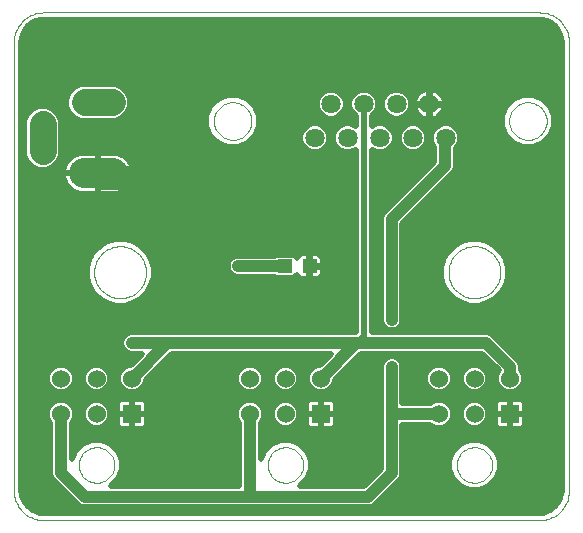
<source format=gtl>
G75*
G70*
%OFA0B0*%
%FSLAX24Y24*%
%IPPOS*%
%LPD*%
%AMOC8*
5,1,8,0,0,1.08239X$1,22.5*
%
%ADD10C,0.0000*%
%ADD11R,0.0602X0.0602*%
%ADD12C,0.0602*%
%ADD13C,0.0906*%
%ADD14C,0.0984*%
%ADD15R,0.0472X0.0472*%
%ADD16C,0.0644*%
%ADD17C,0.0197*%
%ADD18C,0.0787*%
%ADD19C,0.0297*%
%ADD20C,0.0394*%
D10*
X023010Y001186D02*
X023010Y016146D01*
X023012Y016208D01*
X023018Y016269D01*
X023027Y016330D01*
X023041Y016391D01*
X023058Y016450D01*
X023079Y016508D01*
X023104Y016565D01*
X023132Y016620D01*
X023163Y016673D01*
X023198Y016724D01*
X023236Y016773D01*
X023277Y016820D01*
X023320Y016863D01*
X023367Y016904D01*
X023416Y016942D01*
X023467Y016977D01*
X023520Y017008D01*
X023575Y017036D01*
X023632Y017061D01*
X023690Y017082D01*
X023749Y017099D01*
X023810Y017113D01*
X023871Y017122D01*
X023932Y017128D01*
X023994Y017130D01*
X023994Y017131D02*
X040529Y017131D01*
X040529Y017130D02*
X040591Y017128D01*
X040652Y017122D01*
X040713Y017113D01*
X040774Y017099D01*
X040833Y017082D01*
X040891Y017061D01*
X040948Y017036D01*
X041003Y017008D01*
X041056Y016977D01*
X041107Y016942D01*
X041156Y016904D01*
X041203Y016863D01*
X041246Y016820D01*
X041287Y016773D01*
X041325Y016724D01*
X041360Y016673D01*
X041391Y016620D01*
X041419Y016565D01*
X041444Y016508D01*
X041465Y016450D01*
X041482Y016391D01*
X041496Y016330D01*
X041505Y016269D01*
X041511Y016208D01*
X041513Y016146D01*
X041514Y016146D02*
X041514Y001186D01*
X041513Y001186D02*
X041511Y001124D01*
X041505Y001063D01*
X041496Y001002D01*
X041482Y000941D01*
X041465Y000882D01*
X041444Y000824D01*
X041419Y000767D01*
X041391Y000712D01*
X041360Y000659D01*
X041325Y000608D01*
X041287Y000559D01*
X041246Y000512D01*
X041203Y000469D01*
X041156Y000428D01*
X041107Y000390D01*
X041056Y000355D01*
X041003Y000324D01*
X040948Y000296D01*
X040891Y000271D01*
X040833Y000250D01*
X040774Y000233D01*
X040713Y000219D01*
X040652Y000210D01*
X040591Y000204D01*
X040529Y000202D01*
X023994Y000202D01*
X023932Y000204D01*
X023871Y000210D01*
X023810Y000219D01*
X023749Y000233D01*
X023690Y000250D01*
X023632Y000271D01*
X023575Y000296D01*
X023520Y000324D01*
X023467Y000355D01*
X023416Y000390D01*
X023367Y000428D01*
X023320Y000469D01*
X023277Y000512D01*
X023236Y000559D01*
X023198Y000608D01*
X023163Y000659D01*
X023132Y000712D01*
X023104Y000767D01*
X023079Y000824D01*
X023058Y000882D01*
X023041Y000941D01*
X023027Y001002D01*
X023018Y001063D01*
X023012Y001124D01*
X023010Y001186D01*
X025175Y002044D02*
X025177Y002092D01*
X025183Y002140D01*
X025193Y002187D01*
X025206Y002233D01*
X025224Y002278D01*
X025244Y002322D01*
X025269Y002364D01*
X025297Y002403D01*
X025327Y002440D01*
X025361Y002474D01*
X025398Y002506D01*
X025436Y002535D01*
X025477Y002560D01*
X025520Y002582D01*
X025565Y002600D01*
X025611Y002614D01*
X025658Y002625D01*
X025706Y002632D01*
X025754Y002635D01*
X025802Y002634D01*
X025850Y002629D01*
X025898Y002620D01*
X025944Y002608D01*
X025989Y002591D01*
X026033Y002571D01*
X026075Y002548D01*
X026115Y002521D01*
X026153Y002491D01*
X026188Y002458D01*
X026220Y002422D01*
X026250Y002384D01*
X026276Y002343D01*
X026298Y002300D01*
X026318Y002256D01*
X026333Y002211D01*
X026345Y002164D01*
X026353Y002116D01*
X026357Y002068D01*
X026357Y002020D01*
X026353Y001972D01*
X026345Y001924D01*
X026333Y001877D01*
X026318Y001832D01*
X026298Y001788D01*
X026276Y001745D01*
X026250Y001704D01*
X026220Y001666D01*
X026188Y001630D01*
X026153Y001597D01*
X026115Y001567D01*
X026075Y001540D01*
X026033Y001517D01*
X025989Y001497D01*
X025944Y001480D01*
X025898Y001468D01*
X025850Y001459D01*
X025802Y001454D01*
X025754Y001453D01*
X025706Y001456D01*
X025658Y001463D01*
X025611Y001474D01*
X025565Y001488D01*
X025520Y001506D01*
X025477Y001528D01*
X025436Y001553D01*
X025398Y001582D01*
X025361Y001614D01*
X025327Y001648D01*
X025297Y001685D01*
X025269Y001724D01*
X025244Y001766D01*
X025224Y001810D01*
X025206Y001855D01*
X025193Y001901D01*
X025183Y001948D01*
X025177Y001996D01*
X025175Y002044D01*
X031474Y002044D02*
X031476Y002092D01*
X031482Y002140D01*
X031492Y002187D01*
X031505Y002233D01*
X031523Y002278D01*
X031543Y002322D01*
X031568Y002364D01*
X031596Y002403D01*
X031626Y002440D01*
X031660Y002474D01*
X031697Y002506D01*
X031735Y002535D01*
X031776Y002560D01*
X031819Y002582D01*
X031864Y002600D01*
X031910Y002614D01*
X031957Y002625D01*
X032005Y002632D01*
X032053Y002635D01*
X032101Y002634D01*
X032149Y002629D01*
X032197Y002620D01*
X032243Y002608D01*
X032288Y002591D01*
X032332Y002571D01*
X032374Y002548D01*
X032414Y002521D01*
X032452Y002491D01*
X032487Y002458D01*
X032519Y002422D01*
X032549Y002384D01*
X032575Y002343D01*
X032597Y002300D01*
X032617Y002256D01*
X032632Y002211D01*
X032644Y002164D01*
X032652Y002116D01*
X032656Y002068D01*
X032656Y002020D01*
X032652Y001972D01*
X032644Y001924D01*
X032632Y001877D01*
X032617Y001832D01*
X032597Y001788D01*
X032575Y001745D01*
X032549Y001704D01*
X032519Y001666D01*
X032487Y001630D01*
X032452Y001597D01*
X032414Y001567D01*
X032374Y001540D01*
X032332Y001517D01*
X032288Y001497D01*
X032243Y001480D01*
X032197Y001468D01*
X032149Y001459D01*
X032101Y001454D01*
X032053Y001453D01*
X032005Y001456D01*
X031957Y001463D01*
X031910Y001474D01*
X031864Y001488D01*
X031819Y001506D01*
X031776Y001528D01*
X031735Y001553D01*
X031697Y001582D01*
X031660Y001614D01*
X031626Y001648D01*
X031596Y001685D01*
X031568Y001724D01*
X031543Y001766D01*
X031523Y001810D01*
X031505Y001855D01*
X031492Y001901D01*
X031482Y001948D01*
X031476Y001996D01*
X031474Y002044D01*
X037773Y002044D02*
X037775Y002092D01*
X037781Y002140D01*
X037791Y002187D01*
X037804Y002233D01*
X037822Y002278D01*
X037842Y002322D01*
X037867Y002364D01*
X037895Y002403D01*
X037925Y002440D01*
X037959Y002474D01*
X037996Y002506D01*
X038034Y002535D01*
X038075Y002560D01*
X038118Y002582D01*
X038163Y002600D01*
X038209Y002614D01*
X038256Y002625D01*
X038304Y002632D01*
X038352Y002635D01*
X038400Y002634D01*
X038448Y002629D01*
X038496Y002620D01*
X038542Y002608D01*
X038587Y002591D01*
X038631Y002571D01*
X038673Y002548D01*
X038713Y002521D01*
X038751Y002491D01*
X038786Y002458D01*
X038818Y002422D01*
X038848Y002384D01*
X038874Y002343D01*
X038896Y002300D01*
X038916Y002256D01*
X038931Y002211D01*
X038943Y002164D01*
X038951Y002116D01*
X038955Y002068D01*
X038955Y002020D01*
X038951Y001972D01*
X038943Y001924D01*
X038931Y001877D01*
X038916Y001832D01*
X038896Y001788D01*
X038874Y001745D01*
X038848Y001704D01*
X038818Y001666D01*
X038786Y001630D01*
X038751Y001597D01*
X038713Y001567D01*
X038673Y001540D01*
X038631Y001517D01*
X038587Y001497D01*
X038542Y001480D01*
X038496Y001468D01*
X038448Y001459D01*
X038400Y001454D01*
X038352Y001453D01*
X038304Y001456D01*
X038256Y001463D01*
X038209Y001474D01*
X038163Y001488D01*
X038118Y001506D01*
X038075Y001528D01*
X038034Y001553D01*
X037996Y001582D01*
X037959Y001614D01*
X037925Y001648D01*
X037895Y001685D01*
X037867Y001724D01*
X037842Y001766D01*
X037822Y001810D01*
X037804Y001855D01*
X037791Y001901D01*
X037781Y001948D01*
X037775Y001996D01*
X037773Y002044D01*
X037498Y008469D02*
X037500Y008527D01*
X037506Y008586D01*
X037516Y008643D01*
X037529Y008700D01*
X037547Y008756D01*
X037568Y008811D01*
X037593Y008863D01*
X037621Y008915D01*
X037653Y008964D01*
X037688Y009011D01*
X037726Y009055D01*
X037767Y009097D01*
X037811Y009136D01*
X037857Y009171D01*
X037906Y009204D01*
X037957Y009233D01*
X038009Y009259D01*
X038063Y009281D01*
X038119Y009300D01*
X038175Y009314D01*
X038233Y009325D01*
X038291Y009332D01*
X038349Y009335D01*
X038408Y009334D01*
X038466Y009329D01*
X038524Y009320D01*
X038581Y009307D01*
X038637Y009291D01*
X038692Y009270D01*
X038745Y009246D01*
X038797Y009219D01*
X038847Y009188D01*
X038894Y009154D01*
X038939Y009116D01*
X038982Y009076D01*
X039021Y009033D01*
X039058Y008987D01*
X039091Y008939D01*
X039121Y008889D01*
X039148Y008837D01*
X039171Y008783D01*
X039190Y008728D01*
X039206Y008672D01*
X039218Y008615D01*
X039226Y008557D01*
X039230Y008498D01*
X039230Y008440D01*
X039226Y008381D01*
X039218Y008323D01*
X039206Y008266D01*
X039190Y008210D01*
X039171Y008155D01*
X039148Y008101D01*
X039121Y008049D01*
X039091Y007999D01*
X039058Y007951D01*
X039021Y007905D01*
X038982Y007862D01*
X038939Y007822D01*
X038894Y007784D01*
X038847Y007750D01*
X038797Y007719D01*
X038745Y007692D01*
X038692Y007668D01*
X038637Y007647D01*
X038581Y007631D01*
X038524Y007618D01*
X038466Y007609D01*
X038408Y007604D01*
X038349Y007603D01*
X038291Y007606D01*
X038233Y007613D01*
X038175Y007624D01*
X038119Y007638D01*
X038063Y007657D01*
X038009Y007679D01*
X037957Y007705D01*
X037906Y007734D01*
X037857Y007767D01*
X037811Y007802D01*
X037767Y007841D01*
X037726Y007883D01*
X037688Y007927D01*
X037653Y007974D01*
X037621Y008023D01*
X037593Y008075D01*
X037568Y008127D01*
X037547Y008182D01*
X037529Y008238D01*
X037516Y008295D01*
X037506Y008352D01*
X037500Y008411D01*
X037498Y008469D01*
X039516Y013511D02*
X039518Y013561D01*
X039524Y013610D01*
X039534Y013659D01*
X039547Y013707D01*
X039565Y013753D01*
X039586Y013799D01*
X039611Y013842D01*
X039638Y013883D01*
X039670Y013922D01*
X039704Y013958D01*
X039741Y013991D01*
X039780Y014022D01*
X039822Y014049D01*
X039866Y014073D01*
X039911Y014093D01*
X039958Y014109D01*
X040006Y014122D01*
X040055Y014131D01*
X040105Y014136D01*
X040154Y014137D01*
X040204Y014134D01*
X040253Y014127D01*
X040302Y014116D01*
X040350Y014102D01*
X040396Y014083D01*
X040441Y014061D01*
X040483Y014036D01*
X040524Y014007D01*
X040562Y013975D01*
X040598Y013940D01*
X040630Y013903D01*
X040660Y013863D01*
X040686Y013820D01*
X040709Y013776D01*
X040728Y013730D01*
X040744Y013683D01*
X040756Y013635D01*
X040764Y013586D01*
X040768Y013536D01*
X040768Y013486D01*
X040764Y013436D01*
X040756Y013387D01*
X040744Y013339D01*
X040728Y013292D01*
X040709Y013246D01*
X040686Y013202D01*
X040660Y013159D01*
X040630Y013119D01*
X040598Y013082D01*
X040562Y013047D01*
X040524Y013015D01*
X040483Y012986D01*
X040441Y012961D01*
X040396Y012939D01*
X040350Y012920D01*
X040302Y012906D01*
X040253Y012895D01*
X040204Y012888D01*
X040154Y012885D01*
X040105Y012886D01*
X040055Y012891D01*
X040006Y012900D01*
X039958Y012913D01*
X039911Y012929D01*
X039866Y012949D01*
X039822Y012973D01*
X039780Y013000D01*
X039741Y013031D01*
X039704Y013064D01*
X039670Y013100D01*
X039638Y013139D01*
X039611Y013180D01*
X039586Y013223D01*
X039565Y013269D01*
X039547Y013315D01*
X039534Y013363D01*
X039524Y013412D01*
X039518Y013461D01*
X039516Y013511D01*
X029677Y013511D02*
X029679Y013561D01*
X029685Y013610D01*
X029695Y013659D01*
X029708Y013707D01*
X029726Y013753D01*
X029747Y013799D01*
X029772Y013842D01*
X029799Y013883D01*
X029831Y013922D01*
X029865Y013958D01*
X029902Y013991D01*
X029941Y014022D01*
X029983Y014049D01*
X030027Y014073D01*
X030072Y014093D01*
X030119Y014109D01*
X030167Y014122D01*
X030216Y014131D01*
X030266Y014136D01*
X030315Y014137D01*
X030365Y014134D01*
X030414Y014127D01*
X030463Y014116D01*
X030511Y014102D01*
X030557Y014083D01*
X030602Y014061D01*
X030644Y014036D01*
X030685Y014007D01*
X030723Y013975D01*
X030759Y013940D01*
X030791Y013903D01*
X030821Y013863D01*
X030847Y013820D01*
X030870Y013776D01*
X030889Y013730D01*
X030905Y013683D01*
X030917Y013635D01*
X030925Y013586D01*
X030929Y013536D01*
X030929Y013486D01*
X030925Y013436D01*
X030917Y013387D01*
X030905Y013339D01*
X030889Y013292D01*
X030870Y013246D01*
X030847Y013202D01*
X030821Y013159D01*
X030791Y013119D01*
X030759Y013082D01*
X030723Y013047D01*
X030685Y013015D01*
X030644Y012986D01*
X030602Y012961D01*
X030557Y012939D01*
X030511Y012920D01*
X030463Y012906D01*
X030414Y012895D01*
X030365Y012888D01*
X030315Y012885D01*
X030266Y012886D01*
X030216Y012891D01*
X030167Y012900D01*
X030119Y012913D01*
X030072Y012929D01*
X030027Y012949D01*
X029983Y012973D01*
X029941Y013000D01*
X029902Y013031D01*
X029865Y013064D01*
X029831Y013100D01*
X029799Y013139D01*
X029772Y013180D01*
X029747Y013223D01*
X029726Y013269D01*
X029708Y013315D01*
X029695Y013363D01*
X029685Y013412D01*
X029679Y013461D01*
X029677Y013511D01*
X026413Y013896D02*
X025232Y013896D01*
X025232Y014369D01*
X026413Y014369D01*
X026413Y013896D01*
X024209Y013542D02*
X023736Y013542D01*
X023736Y012361D01*
X024209Y012361D01*
X024209Y013542D01*
X025075Y012007D02*
X025075Y011534D01*
X026531Y011534D01*
X026531Y012007D01*
X025075Y012007D01*
X025687Y008469D02*
X025689Y008527D01*
X025695Y008586D01*
X025705Y008643D01*
X025718Y008700D01*
X025736Y008756D01*
X025757Y008811D01*
X025782Y008863D01*
X025810Y008915D01*
X025842Y008964D01*
X025877Y009011D01*
X025915Y009055D01*
X025956Y009097D01*
X026000Y009136D01*
X026046Y009171D01*
X026095Y009204D01*
X026146Y009233D01*
X026198Y009259D01*
X026252Y009281D01*
X026308Y009300D01*
X026364Y009314D01*
X026422Y009325D01*
X026480Y009332D01*
X026538Y009335D01*
X026597Y009334D01*
X026655Y009329D01*
X026713Y009320D01*
X026770Y009307D01*
X026826Y009291D01*
X026881Y009270D01*
X026934Y009246D01*
X026986Y009219D01*
X027036Y009188D01*
X027083Y009154D01*
X027128Y009116D01*
X027171Y009076D01*
X027210Y009033D01*
X027247Y008987D01*
X027280Y008939D01*
X027310Y008889D01*
X027337Y008837D01*
X027360Y008783D01*
X027379Y008728D01*
X027395Y008672D01*
X027407Y008615D01*
X027415Y008557D01*
X027419Y008498D01*
X027419Y008440D01*
X027415Y008381D01*
X027407Y008323D01*
X027395Y008266D01*
X027379Y008210D01*
X027360Y008155D01*
X027337Y008101D01*
X027310Y008049D01*
X027280Y007999D01*
X027247Y007951D01*
X027210Y007905D01*
X027171Y007862D01*
X027128Y007822D01*
X027083Y007784D01*
X027036Y007750D01*
X026986Y007719D01*
X026934Y007692D01*
X026881Y007668D01*
X026826Y007647D01*
X026770Y007631D01*
X026713Y007618D01*
X026655Y007609D01*
X026597Y007604D01*
X026538Y007603D01*
X026480Y007606D01*
X026422Y007613D01*
X026364Y007624D01*
X026308Y007638D01*
X026252Y007657D01*
X026198Y007679D01*
X026146Y007705D01*
X026095Y007734D01*
X026046Y007767D01*
X026000Y007802D01*
X025956Y007841D01*
X025915Y007883D01*
X025877Y007927D01*
X025842Y007974D01*
X025810Y008023D01*
X025782Y008075D01*
X025757Y008127D01*
X025736Y008182D01*
X025718Y008238D01*
X025705Y008295D01*
X025695Y008352D01*
X025689Y008411D01*
X025687Y008469D01*
D11*
X026947Y003745D03*
X033246Y003745D03*
X039545Y003745D03*
D12*
X038364Y003745D03*
X037183Y003745D03*
X037183Y004926D03*
X038364Y004926D03*
X039545Y004926D03*
X033246Y004926D03*
X032065Y004926D03*
X030884Y004926D03*
X030884Y003745D03*
X032065Y003745D03*
X026947Y004926D03*
X025766Y004926D03*
X024585Y004926D03*
X024585Y003745D03*
X025766Y003745D03*
D13*
X023972Y012499D02*
X023972Y013404D01*
X025370Y014133D02*
X026276Y014133D01*
D14*
X026315Y011770D02*
X025331Y011770D01*
D15*
X032045Y008666D03*
X032872Y008666D03*
D16*
X033041Y012952D03*
X034132Y012952D03*
X035222Y012952D03*
X036313Y012952D03*
X037403Y012952D03*
X036858Y014070D03*
X035768Y014070D03*
X034677Y014070D03*
X033587Y014070D03*
D17*
X034067Y014075D02*
X034197Y014075D01*
X034197Y014165D02*
X034197Y013974D01*
X034270Y013798D01*
X034405Y013663D01*
X034420Y013656D01*
X034420Y013342D01*
X034404Y013359D01*
X034227Y013432D01*
X034036Y013432D01*
X033860Y013359D01*
X033725Y013224D01*
X033652Y013047D01*
X033652Y012856D01*
X033725Y012679D01*
X033860Y012544D01*
X034036Y012471D01*
X034227Y012471D01*
X034404Y012544D01*
X034420Y012561D01*
X034420Y006463D01*
X034419Y006462D01*
X034356Y006462D01*
X028199Y006462D01*
X028057Y006462D01*
X026876Y006462D01*
X026746Y006408D01*
X026646Y006308D01*
X026591Y006178D01*
X026591Y006036D01*
X026646Y005906D01*
X026746Y005806D01*
X026876Y005752D01*
X027270Y005752D01*
X026904Y005386D01*
X026855Y005386D01*
X026686Y005316D01*
X026557Y005186D01*
X026487Y005017D01*
X026487Y004835D01*
X026557Y004666D01*
X026686Y004536D01*
X026855Y004466D01*
X027038Y004466D01*
X027207Y004536D01*
X027336Y004666D01*
X027406Y004835D01*
X027406Y004883D01*
X028275Y005752D01*
X033569Y005752D01*
X033203Y005386D01*
X033155Y005386D01*
X032986Y005316D01*
X032856Y005186D01*
X032786Y005017D01*
X032786Y004835D01*
X032856Y004666D01*
X032986Y004536D01*
X033155Y004466D01*
X033337Y004466D01*
X033506Y004536D01*
X033636Y004666D01*
X033706Y004835D01*
X033706Y004883D01*
X034574Y005752D01*
X038611Y005752D01*
X039166Y005197D01*
X039156Y005186D01*
X039086Y005017D01*
X039086Y004835D01*
X039156Y004666D01*
X039285Y004536D01*
X039454Y004466D01*
X039637Y004466D01*
X039806Y004536D01*
X039935Y004666D01*
X040005Y004835D01*
X040005Y005017D01*
X039935Y005186D01*
X039900Y005221D01*
X039900Y005390D01*
X039846Y005521D01*
X039746Y005621D01*
X038959Y006408D01*
X038828Y006462D01*
X038687Y006462D01*
X034934Y006462D01*
X034934Y012561D01*
X034950Y012544D01*
X035127Y012471D01*
X035318Y012471D01*
X035494Y012544D01*
X035629Y012679D01*
X035703Y012856D01*
X035703Y013047D01*
X035629Y013224D01*
X035494Y013359D01*
X035318Y013432D01*
X035127Y013432D01*
X034950Y013359D01*
X034934Y013342D01*
X034934Y013656D01*
X034949Y013663D01*
X035084Y013798D01*
X035157Y013974D01*
X035157Y014165D01*
X035084Y014342D01*
X034949Y014477D01*
X034773Y014550D01*
X034582Y014550D01*
X034405Y014477D01*
X034270Y014342D01*
X034197Y014165D01*
X034240Y014270D02*
X034023Y014270D01*
X033994Y014342D02*
X033859Y014477D01*
X033682Y014550D01*
X033491Y014550D01*
X033314Y014477D01*
X033179Y014342D01*
X033106Y014165D01*
X033106Y013974D01*
X033179Y013798D01*
X033314Y013663D01*
X033491Y013589D01*
X033682Y013589D01*
X033859Y013663D01*
X033994Y013798D01*
X034067Y013974D01*
X034067Y014165D01*
X033994Y014342D01*
X033870Y014465D02*
X034394Y014465D01*
X034961Y014465D02*
X035484Y014465D01*
X035496Y014477D02*
X035360Y014342D01*
X035287Y014165D01*
X035287Y013974D01*
X035360Y013798D01*
X035496Y013663D01*
X035672Y013589D01*
X035863Y013589D01*
X036040Y013663D01*
X036175Y013798D01*
X036248Y013974D01*
X036248Y014165D01*
X036175Y014342D01*
X036040Y014477D01*
X035863Y014550D01*
X035672Y014550D01*
X035496Y014477D01*
X035331Y014270D02*
X035114Y014270D01*
X035157Y014075D02*
X035287Y014075D01*
X035327Y013879D02*
X035118Y013879D01*
X034970Y013684D02*
X035474Y013684D01*
X036061Y013684D02*
X036508Y013684D01*
X036519Y013673D02*
X036585Y013625D01*
X036658Y013588D01*
X036736Y013562D01*
X036817Y013549D01*
X036849Y013549D01*
X036849Y014061D01*
X036338Y014061D01*
X036338Y014029D01*
X036351Y013948D01*
X036376Y013870D01*
X036413Y013797D01*
X036461Y013731D01*
X036519Y013673D01*
X036373Y013879D02*
X036209Y013879D01*
X036248Y014075D02*
X036849Y014075D01*
X036849Y014079D02*
X036849Y014061D01*
X036867Y014061D01*
X036867Y014079D01*
X036849Y014079D01*
X036849Y014590D01*
X036817Y014590D01*
X036736Y014577D01*
X036658Y014552D01*
X036585Y014515D01*
X036519Y014466D01*
X036461Y014409D01*
X036413Y014342D01*
X036376Y014269D01*
X036351Y014191D01*
X036338Y014111D01*
X036338Y014079D01*
X036849Y014079D01*
X036867Y014079D02*
X036867Y014590D01*
X036899Y014590D01*
X036980Y014577D01*
X037058Y014552D01*
X037131Y014515D01*
X037197Y014466D01*
X037255Y014409D01*
X037303Y014342D01*
X037340Y014269D01*
X037366Y014191D01*
X037378Y014111D01*
X037378Y014079D01*
X036867Y014079D01*
X036867Y014075D02*
X039469Y014075D01*
X039400Y014006D02*
X039267Y013685D01*
X039267Y013337D01*
X039400Y013015D01*
X039646Y012769D01*
X039968Y012636D01*
X040316Y012636D01*
X040637Y012769D01*
X040883Y013015D01*
X041016Y013337D01*
X041016Y013685D01*
X040883Y014006D01*
X040637Y014252D01*
X040316Y014385D01*
X039968Y014385D01*
X039646Y014252D01*
X039400Y014006D01*
X039348Y013879D02*
X037343Y013879D01*
X037340Y013870D02*
X037366Y013948D01*
X037378Y014029D01*
X037378Y014061D01*
X036867Y014061D01*
X036867Y013549D01*
X036899Y013549D01*
X036980Y013562D01*
X037058Y013588D01*
X037131Y013625D01*
X037197Y013673D01*
X037255Y013731D01*
X037303Y013797D01*
X037340Y013870D01*
X037208Y013684D02*
X039267Y013684D01*
X039267Y013488D02*
X034934Y013488D01*
X034420Y013488D02*
X031177Y013488D01*
X031177Y013337D02*
X031044Y013015D01*
X030798Y012769D01*
X030477Y012636D01*
X030129Y012636D01*
X029808Y012769D01*
X029562Y013015D01*
X029429Y013337D01*
X029429Y013685D01*
X029562Y014006D01*
X029808Y014252D01*
X030129Y014385D01*
X030477Y014385D01*
X030798Y014252D01*
X031044Y014006D01*
X031177Y013685D01*
X031177Y013337D01*
X031159Y013293D02*
X032703Y013293D01*
X032769Y013359D02*
X032634Y013224D01*
X032561Y013047D01*
X032561Y012856D01*
X032634Y012679D01*
X032769Y012544D01*
X032946Y012471D01*
X033137Y012471D01*
X033313Y012544D01*
X033448Y012679D01*
X033521Y012856D01*
X033521Y013047D01*
X033448Y013224D01*
X033313Y013359D01*
X033137Y013432D01*
X032946Y013432D01*
X032769Y013359D01*
X032582Y013098D02*
X031078Y013098D01*
X030931Y012902D02*
X032561Y012902D01*
X032623Y012707D02*
X030647Y012707D01*
X029959Y012707D02*
X024584Y012707D01*
X024584Y012902D02*
X029675Y012902D01*
X029528Y013098D02*
X024584Y013098D01*
X024584Y013293D02*
X029447Y013293D01*
X029429Y013488D02*
X024584Y013488D01*
X024584Y013526D02*
X024490Y013751D01*
X024319Y013922D01*
X024094Y014015D01*
X023851Y014015D01*
X023626Y013922D01*
X023454Y013751D01*
X023361Y013526D01*
X023361Y012377D01*
X023454Y012153D01*
X023626Y011981D01*
X023851Y011888D01*
X024094Y011888D01*
X024319Y011981D01*
X024490Y012153D01*
X024584Y012377D01*
X024584Y013526D01*
X024518Y013684D02*
X024955Y013684D01*
X025024Y013615D02*
X025248Y013521D01*
X026397Y013521D01*
X026622Y013615D01*
X026794Y013786D01*
X026887Y014011D01*
X026887Y014254D01*
X026794Y014479D01*
X026622Y014651D01*
X026397Y014744D01*
X025248Y014744D01*
X025024Y014651D01*
X024852Y014479D01*
X024759Y014254D01*
X024759Y014011D01*
X024852Y013786D01*
X025024Y013615D01*
X024813Y013879D02*
X024362Y013879D01*
X024759Y014075D02*
X023258Y014075D01*
X023258Y014270D02*
X024765Y014270D01*
X024846Y014465D02*
X023258Y014465D01*
X023258Y014661D02*
X025048Y014661D01*
X026598Y014661D02*
X041265Y014661D01*
X041265Y014856D02*
X023258Y014856D01*
X023258Y015051D02*
X041265Y015051D01*
X041265Y015247D02*
X023258Y015247D01*
X023258Y015442D02*
X041265Y015442D01*
X041265Y015638D02*
X023258Y015638D01*
X023258Y015833D02*
X041265Y015833D01*
X041265Y016028D02*
X023258Y016028D01*
X023258Y016146D02*
X023267Y016262D01*
X023338Y016481D01*
X023474Y016667D01*
X023660Y016802D01*
X023879Y016873D01*
X023994Y016882D01*
X040529Y016882D01*
X040645Y016873D01*
X040864Y016802D01*
X041050Y016667D01*
X041185Y016481D01*
X041256Y016262D01*
X041265Y016146D01*
X041265Y016105D01*
X041265Y016097D01*
X041265Y001186D01*
X041256Y001071D01*
X041185Y000852D01*
X041050Y000665D01*
X040864Y000530D01*
X040645Y000459D01*
X040529Y000450D01*
X040492Y000450D01*
X040480Y000450D01*
X023994Y000450D01*
X023879Y000459D01*
X023660Y000530D01*
X023474Y000665D01*
X023338Y000852D01*
X023267Y001071D01*
X023258Y001186D01*
X023258Y001212D01*
X023258Y001235D01*
X023258Y016146D01*
X023264Y016224D02*
X041259Y016224D01*
X041205Y016419D02*
X023318Y016419D01*
X023436Y016615D02*
X041088Y016615D01*
X040839Y016810D02*
X023684Y016810D01*
X026799Y014465D02*
X033303Y014465D01*
X033150Y014270D02*
X030755Y014270D01*
X030976Y014075D02*
X033106Y014075D01*
X033146Y013879D02*
X031097Y013879D01*
X031177Y013684D02*
X033293Y013684D01*
X033379Y013293D02*
X033794Y013293D01*
X033672Y013098D02*
X033501Y013098D01*
X033521Y012902D02*
X033652Y012902D01*
X033713Y012707D02*
X033460Y012707D01*
X033234Y012511D02*
X033939Y012511D01*
X034324Y012511D02*
X034420Y012511D01*
X034420Y012316D02*
X026738Y012316D01*
X026771Y012291D02*
X026699Y012346D01*
X026621Y012391D01*
X026537Y012426D01*
X026450Y012449D01*
X026360Y012461D01*
X025825Y012461D01*
X025825Y012255D01*
X025821Y012255D01*
X025821Y012461D01*
X025285Y012461D01*
X025196Y012449D01*
X025108Y012426D01*
X025025Y012391D01*
X024946Y012346D01*
X024874Y012291D01*
X024810Y012227D01*
X024755Y012155D01*
X024710Y012077D01*
X024675Y011993D01*
X024652Y011905D01*
X024640Y011816D01*
X024640Y011772D01*
X024826Y011772D01*
X024826Y011768D01*
X024640Y011768D01*
X024640Y011725D01*
X024652Y011635D01*
X024675Y011548D01*
X024710Y011464D01*
X024755Y011386D01*
X024810Y011314D01*
X024874Y011250D01*
X024946Y011195D01*
X025025Y011150D01*
X025108Y011115D01*
X025196Y011092D01*
X025285Y011080D01*
X025821Y011080D01*
X025821Y011286D01*
X025825Y011286D01*
X025825Y011080D01*
X026360Y011080D01*
X026450Y011092D01*
X026537Y011115D01*
X026621Y011150D01*
X026699Y011195D01*
X026771Y011250D01*
X026835Y011314D01*
X026890Y011386D01*
X026936Y011464D01*
X026970Y011548D01*
X026994Y011635D01*
X027005Y011725D01*
X027005Y011768D01*
X026780Y011768D01*
X026780Y011772D01*
X027005Y011772D01*
X027005Y011816D01*
X026994Y011905D01*
X026970Y011993D01*
X026936Y012077D01*
X026890Y012155D01*
X026835Y012227D01*
X026771Y012291D01*
X026910Y012121D02*
X034420Y012121D01*
X034420Y011925D02*
X026988Y011925D01*
X027005Y011730D02*
X034420Y011730D01*
X034420Y011534D02*
X026965Y011534D01*
X026854Y011339D02*
X034420Y011339D01*
X034420Y011144D02*
X026606Y011144D01*
X025825Y011144D02*
X025821Y011144D01*
X025039Y011144D02*
X023258Y011144D01*
X023258Y011339D02*
X024791Y011339D01*
X024681Y011534D02*
X023258Y011534D01*
X023258Y011730D02*
X024640Y011730D01*
X024657Y011925D02*
X024185Y011925D01*
X024458Y012121D02*
X024735Y012121D01*
X024907Y012316D02*
X024558Y012316D01*
X024584Y012511D02*
X032849Y012511D01*
X033880Y013684D02*
X034384Y013684D01*
X034236Y013879D02*
X034027Y013879D01*
X034677Y014070D02*
X034677Y006357D01*
X034427Y006107D01*
X034495Y005673D02*
X035532Y005673D01*
X035537Y005675D02*
X035407Y005621D01*
X035307Y005521D01*
X035253Y005390D01*
X035253Y003816D01*
X035253Y003674D01*
X035253Y001924D01*
X034674Y001344D01*
X032551Y001344D01*
X032776Y001569D01*
X032904Y001877D01*
X032904Y002211D01*
X032776Y002519D01*
X032540Y002755D01*
X032232Y002883D01*
X031898Y002883D01*
X031590Y002755D01*
X031354Y002519D01*
X031239Y002243D01*
X031239Y003450D01*
X031273Y003485D01*
X031343Y003653D01*
X031343Y003836D01*
X031273Y004005D01*
X031144Y004134D01*
X030975Y004204D01*
X030792Y004204D01*
X030623Y004134D01*
X030494Y004005D01*
X030424Y003836D01*
X030424Y003653D01*
X030494Y003485D01*
X030529Y003450D01*
X030529Y001344D01*
X026252Y001344D01*
X026477Y001569D01*
X026605Y001877D01*
X026605Y002211D01*
X026477Y002519D01*
X026241Y002755D01*
X025933Y002883D01*
X025599Y002883D01*
X025290Y002755D01*
X025054Y002519D01*
X024940Y002243D01*
X024940Y003450D01*
X024974Y003485D01*
X025044Y003653D01*
X025044Y003836D01*
X024974Y004005D01*
X024845Y004134D01*
X024676Y004204D01*
X024493Y004204D01*
X024324Y004134D01*
X024195Y004005D01*
X024125Y003836D01*
X024125Y003653D01*
X024195Y003485D01*
X024229Y003450D01*
X024229Y001706D01*
X024283Y001575D01*
X024383Y001475D01*
X025171Y000688D01*
X025301Y000634D01*
X025443Y000634D01*
X030813Y000634D01*
X030954Y000634D01*
X034891Y000634D01*
X035022Y000688D01*
X035122Y000788D01*
X041139Y000788D01*
X041228Y000983D02*
X035317Y000983D01*
X035122Y000788D02*
X035909Y001575D01*
X035963Y001706D01*
X035963Y001847D01*
X035963Y003390D01*
X036888Y003390D01*
X036923Y003355D01*
X037092Y003285D01*
X037274Y003285D01*
X037443Y003355D01*
X037573Y003485D01*
X037643Y003653D01*
X037643Y003836D01*
X037573Y004005D01*
X037443Y004134D01*
X037274Y004204D01*
X037092Y004204D01*
X036923Y004134D01*
X036888Y004100D01*
X035963Y004100D01*
X035963Y005390D01*
X035909Y005521D01*
X035809Y005621D01*
X035679Y005675D01*
X035537Y005675D01*
X035684Y005673D02*
X038690Y005673D01*
X038885Y005477D02*
X035927Y005477D01*
X035963Y005282D02*
X036889Y005282D01*
X036923Y005316D02*
X036793Y005186D01*
X036723Y005017D01*
X036723Y004835D01*
X036793Y004666D01*
X036923Y004536D01*
X037092Y004466D01*
X037274Y004466D01*
X037443Y004536D01*
X037573Y004666D01*
X037643Y004835D01*
X037643Y005017D01*
X037573Y005186D01*
X037443Y005316D01*
X037274Y005386D01*
X037092Y005386D01*
X036923Y005316D01*
X036752Y005086D02*
X035963Y005086D01*
X035963Y004891D02*
X036723Y004891D01*
X036781Y004696D02*
X035963Y004696D01*
X035963Y004500D02*
X037010Y004500D01*
X037356Y004500D02*
X038191Y004500D01*
X038273Y004466D02*
X038456Y004466D01*
X038624Y004536D01*
X038754Y004666D01*
X038824Y004835D01*
X038824Y005017D01*
X038754Y005186D01*
X038624Y005316D01*
X038456Y005386D01*
X038273Y005386D01*
X038104Y005316D01*
X037974Y005186D01*
X037904Y005017D01*
X037904Y004835D01*
X037974Y004666D01*
X038104Y004536D01*
X038273Y004466D01*
X038273Y004204D02*
X038104Y004134D01*
X037974Y004005D01*
X037904Y003836D01*
X037904Y003653D01*
X037974Y003485D01*
X038104Y003355D01*
X038273Y003285D01*
X038456Y003285D01*
X038624Y003355D01*
X038754Y003485D01*
X038824Y003653D01*
X038824Y003836D01*
X038754Y004005D01*
X038624Y004134D01*
X038456Y004204D01*
X038273Y004204D01*
X038079Y004109D02*
X037468Y004109D01*
X037610Y003914D02*
X037937Y003914D01*
X037904Y003719D02*
X037643Y003719D01*
X037589Y003523D02*
X037958Y003523D01*
X038170Y003328D02*
X037377Y003328D01*
X036989Y003328D02*
X035963Y003328D01*
X035963Y003132D02*
X041265Y003132D01*
X041265Y002937D02*
X035963Y002937D01*
X035963Y002742D02*
X037875Y002742D01*
X037889Y002755D02*
X037653Y002519D01*
X037525Y002211D01*
X037525Y001877D01*
X037653Y001569D01*
X037889Y001333D01*
X038197Y001205D01*
X038531Y001205D01*
X038839Y001333D01*
X039075Y001569D01*
X039203Y001877D01*
X039203Y002211D01*
X039075Y002519D01*
X038839Y002755D01*
X038531Y002883D01*
X038197Y002883D01*
X037889Y002755D01*
X037680Y002546D02*
X035963Y002546D01*
X035963Y002351D02*
X037583Y002351D01*
X037525Y002156D02*
X035963Y002156D01*
X035963Y001960D02*
X037525Y001960D01*
X037572Y001765D02*
X035963Y001765D01*
X035904Y001569D02*
X037653Y001569D01*
X037848Y001374D02*
X035708Y001374D01*
X035513Y001179D02*
X041265Y001179D01*
X041265Y001374D02*
X038880Y001374D01*
X039076Y001569D02*
X041265Y001569D01*
X041265Y001765D02*
X039156Y001765D01*
X039203Y001960D02*
X041265Y001960D01*
X041265Y002156D02*
X039203Y002156D01*
X039145Y002351D02*
X041265Y002351D01*
X041265Y002546D02*
X039048Y002546D01*
X038853Y002742D02*
X041265Y002742D01*
X041265Y003328D02*
X040009Y003328D01*
X040005Y003322D02*
X040031Y003367D01*
X040045Y003418D01*
X040045Y003743D01*
X039547Y003743D01*
X039547Y003245D01*
X039872Y003245D01*
X039923Y003259D01*
X039968Y003285D01*
X040005Y003322D01*
X040045Y003523D02*
X041265Y003523D01*
X041265Y003719D02*
X040045Y003719D01*
X040045Y003747D02*
X040045Y004072D01*
X040031Y004123D01*
X040005Y004168D01*
X039968Y004205D01*
X039923Y004231D01*
X039872Y004244D01*
X039547Y004244D01*
X039547Y003747D01*
X039543Y003747D01*
X039543Y003743D01*
X039046Y003743D01*
X039046Y003418D01*
X039059Y003367D01*
X039085Y003322D01*
X039122Y003285D01*
X039167Y003259D01*
X039218Y003245D01*
X039543Y003245D01*
X039543Y003743D01*
X039547Y003743D01*
X039547Y003747D01*
X040045Y003747D01*
X040045Y003914D02*
X041265Y003914D01*
X041265Y004109D02*
X040035Y004109D01*
X039547Y004109D02*
X039543Y004109D01*
X039543Y004244D02*
X039218Y004244D01*
X039167Y004231D01*
X039122Y004205D01*
X039085Y004168D01*
X039059Y004123D01*
X039046Y004072D01*
X039046Y003747D01*
X039543Y003747D01*
X039543Y004244D01*
X039372Y004500D02*
X038537Y004500D01*
X038766Y004696D02*
X039143Y004696D01*
X039086Y004891D02*
X038824Y004891D01*
X038795Y005086D02*
X039114Y005086D01*
X039081Y005282D02*
X038658Y005282D01*
X038070Y005282D02*
X037477Y005282D01*
X037614Y005086D02*
X037933Y005086D01*
X037904Y004891D02*
X037643Y004891D01*
X037585Y004696D02*
X037962Y004696D01*
X038649Y004109D02*
X039056Y004109D01*
X039046Y003914D02*
X038791Y003914D01*
X038824Y003719D02*
X039046Y003719D01*
X039046Y003523D02*
X038770Y003523D01*
X038558Y003328D02*
X039082Y003328D01*
X039543Y003328D02*
X039547Y003328D01*
X039543Y003523D02*
X039547Y003523D01*
X039543Y003719D02*
X039547Y003719D01*
X039543Y003914D02*
X039547Y003914D01*
X039718Y004500D02*
X041265Y004500D01*
X041265Y004305D02*
X035963Y004305D01*
X035963Y004109D02*
X036898Y004109D01*
X035253Y004109D02*
X033736Y004109D01*
X033732Y004123D02*
X033706Y004168D01*
X033669Y004205D01*
X033624Y004231D01*
X033573Y004244D01*
X033248Y004244D01*
X033248Y003747D01*
X033244Y003747D01*
X033244Y004244D01*
X032919Y004244D01*
X032868Y004231D01*
X032823Y004205D01*
X032786Y004168D01*
X032760Y004123D01*
X032746Y004072D01*
X032746Y003747D01*
X033244Y003747D01*
X033244Y003743D01*
X032746Y003743D01*
X032746Y003418D01*
X032760Y003367D01*
X032786Y003322D01*
X032823Y003285D01*
X032868Y003259D01*
X032919Y003245D01*
X033244Y003245D01*
X033244Y003743D01*
X033248Y003743D01*
X033248Y003747D01*
X033746Y003747D01*
X033746Y004072D01*
X033732Y004123D01*
X033746Y003914D02*
X035253Y003914D01*
X035253Y003719D02*
X033746Y003719D01*
X033746Y003743D02*
X033248Y003743D01*
X033248Y003245D01*
X033573Y003245D01*
X033624Y003259D01*
X033669Y003285D01*
X033706Y003322D01*
X033732Y003367D01*
X033746Y003418D01*
X033746Y003743D01*
X033746Y003523D02*
X035253Y003523D01*
X035253Y003328D02*
X033709Y003328D01*
X033248Y003328D02*
X033244Y003328D01*
X033244Y003523D02*
X033248Y003523D01*
X033244Y003719D02*
X033248Y003719D01*
X033244Y003914D02*
X033248Y003914D01*
X033244Y004109D02*
X033248Y004109D01*
X033419Y004500D02*
X035253Y004500D01*
X035253Y004305D02*
X023258Y004305D01*
X023258Y004500D02*
X024411Y004500D01*
X024493Y004466D02*
X024676Y004466D01*
X024845Y004536D01*
X024974Y004666D01*
X025044Y004835D01*
X025044Y005017D01*
X024974Y005186D01*
X024845Y005316D01*
X024676Y005386D01*
X024493Y005386D01*
X024324Y005316D01*
X024195Y005186D01*
X024125Y005017D01*
X024125Y004835D01*
X024195Y004666D01*
X024324Y004536D01*
X024493Y004466D01*
X024758Y004500D02*
X025592Y004500D01*
X025674Y004466D02*
X025857Y004466D01*
X026026Y004536D01*
X026155Y004666D01*
X026225Y004835D01*
X026225Y005017D01*
X026155Y005186D01*
X026026Y005316D01*
X025857Y005386D01*
X025674Y005386D01*
X025505Y005316D01*
X025376Y005186D01*
X025306Y005017D01*
X025306Y004835D01*
X025376Y004666D01*
X025505Y004536D01*
X025674Y004466D01*
X025674Y004204D02*
X025505Y004134D01*
X025376Y004005D01*
X025306Y003836D01*
X025306Y003653D01*
X025376Y003485D01*
X025505Y003355D01*
X025674Y003285D01*
X025857Y003285D01*
X026026Y003355D01*
X026155Y003485D01*
X026225Y003653D01*
X026225Y003836D01*
X026155Y004005D01*
X026026Y004134D01*
X025857Y004204D01*
X025674Y004204D01*
X025480Y004109D02*
X024870Y004109D01*
X025012Y003914D02*
X025338Y003914D01*
X025306Y003719D02*
X025044Y003719D01*
X024990Y003523D02*
X025360Y003523D01*
X025571Y003328D02*
X024940Y003328D01*
X024940Y003132D02*
X030529Y003132D01*
X030529Y002937D02*
X024940Y002937D01*
X024940Y002742D02*
X025277Y002742D01*
X025081Y002546D02*
X024940Y002546D01*
X024940Y002351D02*
X024985Y002351D01*
X024229Y002351D02*
X023258Y002351D01*
X023258Y002546D02*
X024229Y002546D01*
X024229Y002742D02*
X023258Y002742D01*
X023258Y002937D02*
X024229Y002937D01*
X024229Y003132D02*
X023258Y003132D01*
X023258Y003328D02*
X024229Y003328D01*
X024179Y003523D02*
X023258Y003523D01*
X023258Y003719D02*
X024125Y003719D01*
X024157Y003914D02*
X023258Y003914D01*
X023258Y004109D02*
X024299Y004109D01*
X024182Y004696D02*
X023258Y004696D01*
X023258Y004891D02*
X024125Y004891D01*
X024154Y005086D02*
X023258Y005086D01*
X023258Y005282D02*
X024290Y005282D01*
X024879Y005282D02*
X025472Y005282D01*
X025335Y005086D02*
X025016Y005086D01*
X025044Y004891D02*
X025306Y004891D01*
X025364Y004696D02*
X024987Y004696D01*
X025939Y004500D02*
X026774Y004500D01*
X026619Y004244D02*
X026569Y004231D01*
X026524Y004205D01*
X026487Y004168D01*
X026461Y004123D01*
X026447Y004072D01*
X026447Y003747D01*
X026945Y003747D01*
X026945Y004244D01*
X026619Y004244D01*
X026457Y004109D02*
X026051Y004109D01*
X026193Y003914D02*
X026447Y003914D01*
X026447Y003743D02*
X026447Y003418D01*
X026461Y003367D01*
X026487Y003322D01*
X026524Y003285D01*
X026569Y003259D01*
X026619Y003245D01*
X026945Y003245D01*
X026945Y003743D01*
X026949Y003743D01*
X026949Y003747D01*
X027446Y003747D01*
X027446Y004072D01*
X027433Y004123D01*
X027407Y004168D01*
X027370Y004205D01*
X027325Y004231D01*
X027274Y004244D01*
X026949Y004244D01*
X026949Y003747D01*
X026945Y003747D01*
X026945Y003743D01*
X026447Y003743D01*
X026447Y003719D02*
X026225Y003719D01*
X026171Y003523D02*
X026447Y003523D01*
X026483Y003328D02*
X025960Y003328D01*
X026255Y002742D02*
X030529Y002742D01*
X030529Y002546D02*
X026450Y002546D01*
X026547Y002351D02*
X030529Y002351D01*
X030529Y002156D02*
X026605Y002156D01*
X026605Y001960D02*
X030529Y001960D01*
X030529Y001765D02*
X026558Y001765D01*
X026477Y001569D02*
X030529Y001569D01*
X030529Y001374D02*
X026282Y001374D01*
X025071Y000788D02*
X023385Y000788D01*
X023296Y000983D02*
X024875Y000983D01*
X024680Y001179D02*
X023259Y001179D01*
X023258Y001374D02*
X024485Y001374D01*
X024289Y001569D02*
X023258Y001569D01*
X023258Y001765D02*
X024229Y001765D01*
X024229Y001960D02*
X023258Y001960D01*
X023258Y002156D02*
X024229Y002156D01*
X023574Y000592D02*
X040949Y000592D01*
X035253Y001960D02*
X032904Y001960D01*
X032904Y002156D02*
X035253Y002156D01*
X035253Y002351D02*
X032846Y002351D01*
X032749Y002546D02*
X035253Y002546D01*
X035253Y002742D02*
X032554Y002742D01*
X032783Y003328D02*
X032259Y003328D01*
X032325Y003355D02*
X032454Y003485D01*
X032524Y003653D01*
X032524Y003836D01*
X032454Y004005D01*
X032325Y004134D01*
X032156Y004204D01*
X031973Y004204D01*
X031805Y004134D01*
X031675Y004005D01*
X031605Y003836D01*
X031605Y003653D01*
X031675Y003485D01*
X031805Y003355D01*
X031973Y003285D01*
X032156Y003285D01*
X032325Y003355D01*
X032471Y003523D02*
X032746Y003523D01*
X032746Y003719D02*
X032524Y003719D01*
X032492Y003914D02*
X032746Y003914D01*
X032756Y004109D02*
X032350Y004109D01*
X032156Y004466D02*
X031973Y004466D01*
X031805Y004536D01*
X031675Y004666D01*
X031605Y004835D01*
X031605Y005017D01*
X031675Y005186D01*
X031805Y005316D01*
X031973Y005386D01*
X032156Y005386D01*
X032325Y005316D01*
X032454Y005186D01*
X032524Y005017D01*
X032524Y004835D01*
X032454Y004666D01*
X032325Y004536D01*
X032156Y004466D01*
X032238Y004500D02*
X033073Y004500D01*
X032844Y004696D02*
X032467Y004696D01*
X032524Y004891D02*
X032786Y004891D01*
X032815Y005086D02*
X032496Y005086D01*
X032359Y005282D02*
X032952Y005282D01*
X033295Y005477D02*
X028000Y005477D01*
X027805Y005282D02*
X030590Y005282D01*
X030623Y005316D02*
X030494Y005186D01*
X030424Y005017D01*
X030424Y004835D01*
X030494Y004666D01*
X030623Y004536D01*
X030792Y004466D01*
X030975Y004466D01*
X031144Y004536D01*
X031273Y004666D01*
X031343Y004835D01*
X031343Y005017D01*
X031273Y005186D01*
X031144Y005316D01*
X030975Y005386D01*
X030792Y005386D01*
X030623Y005316D01*
X030453Y005086D02*
X027610Y005086D01*
X027414Y004891D02*
X030424Y004891D01*
X030482Y004696D02*
X027349Y004696D01*
X027120Y004500D02*
X030711Y004500D01*
X031057Y004500D02*
X031892Y004500D01*
X031663Y004696D02*
X031286Y004696D01*
X031343Y004891D02*
X031605Y004891D01*
X031634Y005086D02*
X031315Y005086D01*
X031178Y005282D02*
X031771Y005282D01*
X031779Y004109D02*
X031169Y004109D01*
X031311Y003914D02*
X031638Y003914D01*
X031605Y003719D02*
X031343Y003719D01*
X031289Y003523D02*
X031659Y003523D01*
X031871Y003328D02*
X031239Y003328D01*
X031239Y003132D02*
X035253Y003132D01*
X035253Y002937D02*
X031239Y002937D01*
X031239Y002742D02*
X031576Y002742D01*
X031381Y002546D02*
X031239Y002546D01*
X031239Y002351D02*
X031284Y002351D01*
X030529Y003328D02*
X027410Y003328D01*
X027407Y003322D02*
X027433Y003367D01*
X027446Y003418D01*
X027446Y003743D01*
X026949Y003743D01*
X026949Y003245D01*
X027274Y003245D01*
X027325Y003259D01*
X027370Y003285D01*
X027407Y003322D01*
X027446Y003523D02*
X030478Y003523D01*
X030424Y003719D02*
X027446Y003719D01*
X027446Y003914D02*
X030456Y003914D01*
X030598Y004109D02*
X027436Y004109D01*
X026949Y004109D02*
X026945Y004109D01*
X026945Y003914D02*
X026949Y003914D01*
X026945Y003719D02*
X026949Y003719D01*
X026945Y003523D02*
X026949Y003523D01*
X026945Y003328D02*
X026949Y003328D01*
X026545Y004696D02*
X026168Y004696D01*
X026225Y004891D02*
X026487Y004891D01*
X026516Y005086D02*
X026197Y005086D01*
X026060Y005282D02*
X026653Y005282D01*
X026996Y005477D02*
X023258Y005477D01*
X023258Y005673D02*
X027191Y005673D01*
X026683Y005868D02*
X023258Y005868D01*
X023258Y006063D02*
X026591Y006063D01*
X026625Y006259D02*
X023258Y006259D01*
X023258Y006454D02*
X026856Y006454D01*
X028196Y005673D02*
X033490Y005673D01*
X034104Y005282D02*
X035253Y005282D01*
X035253Y005086D02*
X033909Y005086D01*
X033713Y004891D02*
X035253Y004891D01*
X035253Y004696D02*
X033648Y004696D01*
X034300Y005477D02*
X035289Y005477D01*
X035537Y006539D02*
X035407Y006593D01*
X035307Y006693D01*
X035253Y006824D01*
X035253Y010312D01*
X035307Y010442D01*
X035407Y010542D01*
X037025Y012160D01*
X037025Y012651D01*
X036996Y012679D01*
X036923Y012856D01*
X036923Y013047D01*
X036996Y013224D01*
X037131Y013359D01*
X037308Y013432D01*
X037499Y013432D01*
X037676Y013359D01*
X037811Y013224D01*
X037884Y013047D01*
X037884Y012856D01*
X037811Y012679D01*
X037735Y012604D01*
X037735Y012083D01*
X037735Y011942D01*
X037681Y011811D01*
X035963Y010094D01*
X035963Y006824D01*
X035909Y006693D01*
X035809Y006593D01*
X035679Y006539D01*
X035537Y006539D01*
X035351Y006650D02*
X034934Y006650D01*
X034934Y006845D02*
X035253Y006845D01*
X035253Y007040D02*
X034934Y007040D01*
X034934Y007236D02*
X035253Y007236D01*
X035253Y007431D02*
X034934Y007431D01*
X034934Y007627D02*
X035253Y007627D01*
X035253Y007822D02*
X034934Y007822D01*
X034934Y008017D02*
X035253Y008017D01*
X035253Y008213D02*
X034934Y008213D01*
X034934Y008408D02*
X035253Y008408D01*
X035253Y008604D02*
X034934Y008604D01*
X034934Y008799D02*
X035253Y008799D01*
X035253Y008994D02*
X034934Y008994D01*
X034934Y009190D02*
X035253Y009190D01*
X035253Y009385D02*
X034934Y009385D01*
X034934Y009580D02*
X035253Y009580D01*
X035253Y009776D02*
X034934Y009776D01*
X034934Y009971D02*
X035253Y009971D01*
X035253Y010167D02*
X034934Y010167D01*
X034934Y010362D02*
X035274Y010362D01*
X035422Y010557D02*
X034934Y010557D01*
X034934Y010753D02*
X035618Y010753D01*
X035813Y010948D02*
X034934Y010948D01*
X034934Y011144D02*
X036008Y011144D01*
X036204Y011339D02*
X034934Y011339D01*
X034934Y011534D02*
X036399Y011534D01*
X036595Y011730D02*
X034934Y011730D01*
X034934Y011925D02*
X036790Y011925D01*
X036985Y012121D02*
X034934Y012121D01*
X034934Y012316D02*
X037025Y012316D01*
X037025Y012511D02*
X036505Y012511D01*
X036585Y012544D02*
X036408Y012471D01*
X036217Y012471D01*
X036041Y012544D01*
X035906Y012679D01*
X035833Y012856D01*
X035833Y013047D01*
X035906Y013224D01*
X036041Y013359D01*
X036217Y013432D01*
X036408Y013432D01*
X036585Y013359D01*
X036720Y013224D01*
X036793Y013047D01*
X036793Y012856D01*
X036720Y012679D01*
X036585Y012544D01*
X036731Y012707D02*
X036985Y012707D01*
X036923Y012902D02*
X036793Y012902D01*
X036772Y013098D02*
X036944Y013098D01*
X037066Y013293D02*
X036651Y013293D01*
X035975Y013293D02*
X035560Y013293D01*
X035682Y013098D02*
X035854Y013098D01*
X035833Y012902D02*
X035703Y012902D01*
X035641Y012707D02*
X035894Y012707D01*
X036121Y012511D02*
X035415Y012511D01*
X035030Y012511D02*
X034934Y012511D01*
X034420Y010948D02*
X023258Y010948D01*
X023258Y010753D02*
X034420Y010753D01*
X034420Y010557D02*
X023258Y010557D01*
X023258Y010362D02*
X034420Y010362D01*
X034420Y010167D02*
X023258Y010167D01*
X023258Y009971D02*
X034420Y009971D01*
X034420Y009776D02*
X023258Y009776D01*
X023258Y009580D02*
X026394Y009580D01*
X026406Y009584D02*
X026123Y009508D01*
X025869Y009361D01*
X025661Y009154D01*
X025514Y008899D01*
X025439Y008616D01*
X025439Y008323D01*
X025514Y008039D01*
X025661Y007785D01*
X025869Y007577D01*
X026123Y007431D01*
X026406Y007355D01*
X026700Y007355D01*
X026983Y007431D01*
X027237Y007577D01*
X027445Y007785D01*
X027592Y008039D01*
X027668Y008323D01*
X027668Y008616D01*
X027592Y008899D01*
X027445Y009154D01*
X027237Y009361D01*
X026983Y009508D01*
X026700Y009584D01*
X026406Y009584D01*
X026712Y009580D02*
X034420Y009580D01*
X034420Y009385D02*
X027196Y009385D01*
X027409Y009190D02*
X034420Y009190D01*
X034420Y008994D02*
X033284Y008994D01*
X033293Y008979D02*
X033267Y009024D01*
X033230Y009061D01*
X033185Y009087D01*
X033134Y009101D01*
X032892Y009101D01*
X032892Y008686D01*
X033307Y008686D01*
X033307Y008928D01*
X033293Y008979D01*
X033307Y008799D02*
X034420Y008799D01*
X034420Y008604D02*
X033307Y008604D01*
X033307Y008646D02*
X032892Y008646D01*
X032892Y008231D01*
X033134Y008231D01*
X033185Y008245D01*
X033230Y008271D01*
X033267Y008308D01*
X033293Y008353D01*
X033307Y008404D01*
X033307Y008646D01*
X033307Y008408D02*
X034420Y008408D01*
X034420Y008213D02*
X027638Y008213D01*
X027668Y008408D02*
X030246Y008408D01*
X030289Y008365D02*
X030419Y008311D01*
X031704Y008311D01*
X031743Y008271D01*
X032347Y008271D01*
X032440Y008364D01*
X032440Y008395D01*
X032451Y008353D01*
X032477Y008308D01*
X032514Y008271D01*
X032559Y008245D01*
X032610Y008231D01*
X032852Y008231D01*
X032852Y008646D01*
X032892Y008646D01*
X032892Y008686D01*
X032852Y008686D01*
X032852Y009101D01*
X032610Y009101D01*
X032559Y009087D01*
X032514Y009061D01*
X032477Y009024D01*
X032451Y008979D01*
X032440Y008938D01*
X032440Y008968D01*
X032347Y009061D01*
X031743Y009061D01*
X031704Y009021D01*
X030419Y009021D01*
X030289Y008967D01*
X030189Y008867D01*
X030135Y008737D01*
X030135Y008595D01*
X030189Y008465D01*
X030289Y008365D01*
X030135Y008604D02*
X027668Y008604D01*
X027619Y008799D02*
X030161Y008799D01*
X030354Y008994D02*
X027537Y008994D01*
X027579Y008017D02*
X034420Y008017D01*
X034420Y007822D02*
X027466Y007822D01*
X027287Y007627D02*
X034420Y007627D01*
X034420Y007431D02*
X026984Y007431D01*
X026122Y007431D02*
X023258Y007431D01*
X023258Y007236D02*
X034420Y007236D01*
X034420Y007040D02*
X023258Y007040D01*
X023258Y006845D02*
X034420Y006845D01*
X034420Y006650D02*
X023258Y006650D01*
X023258Y007627D02*
X025820Y007627D01*
X025640Y007822D02*
X023258Y007822D01*
X023258Y008017D02*
X025527Y008017D01*
X025468Y008213D02*
X023258Y008213D01*
X023258Y008408D02*
X025439Y008408D01*
X025439Y008604D02*
X023258Y008604D01*
X023258Y008799D02*
X025488Y008799D01*
X025569Y008994D02*
X023258Y008994D01*
X023258Y009190D02*
X025697Y009190D01*
X025910Y009385D02*
X023258Y009385D01*
X023258Y011925D02*
X023760Y011925D01*
X023486Y012121D02*
X023258Y012121D01*
X023258Y012316D02*
X023387Y012316D01*
X023361Y012511D02*
X023258Y012511D01*
X023258Y012707D02*
X023361Y012707D01*
X023361Y012902D02*
X023258Y012902D01*
X023258Y013098D02*
X023361Y013098D01*
X023361Y013293D02*
X023258Y013293D01*
X023258Y013488D02*
X023361Y013488D01*
X023427Y013684D02*
X023258Y013684D01*
X023258Y013879D02*
X023583Y013879D01*
X025821Y012316D02*
X025825Y012316D01*
X026691Y013684D02*
X029429Y013684D01*
X029509Y013879D02*
X026832Y013879D01*
X026887Y014075D02*
X029630Y014075D01*
X029851Y014270D02*
X026880Y014270D01*
X032413Y008994D02*
X032460Y008994D01*
X032852Y008994D02*
X032892Y008994D01*
X032892Y008799D02*
X032852Y008799D01*
X032852Y008604D02*
X032892Y008604D01*
X032892Y008408D02*
X032852Y008408D01*
X035866Y006650D02*
X041265Y006650D01*
X041265Y006845D02*
X035963Y006845D01*
X035963Y007040D02*
X041265Y007040D01*
X041265Y007236D02*
X035963Y007236D01*
X035963Y007431D02*
X037933Y007431D01*
X037934Y007431D02*
X038217Y007355D01*
X038511Y007355D01*
X038794Y007431D01*
X039048Y007577D01*
X039256Y007785D01*
X039403Y008039D01*
X039479Y008323D01*
X039479Y008616D01*
X039403Y008899D01*
X039256Y009154D01*
X039048Y009361D01*
X038794Y009508D01*
X038511Y009584D01*
X038217Y009584D01*
X037934Y009508D01*
X037680Y009361D01*
X037472Y009154D01*
X037325Y008899D01*
X037250Y008616D01*
X037250Y008323D01*
X037325Y008039D01*
X037472Y007785D01*
X037680Y007577D01*
X037934Y007431D01*
X037631Y007627D02*
X035963Y007627D01*
X035963Y007822D02*
X037451Y007822D01*
X037338Y008017D02*
X035963Y008017D01*
X035963Y008213D02*
X037279Y008213D01*
X037250Y008408D02*
X035963Y008408D01*
X035963Y008604D02*
X037250Y008604D01*
X037299Y008799D02*
X035963Y008799D01*
X035963Y008994D02*
X037380Y008994D01*
X037508Y009190D02*
X035963Y009190D01*
X035963Y009385D02*
X037721Y009385D01*
X038205Y009580D02*
X035963Y009580D01*
X035963Y009776D02*
X041265Y009776D01*
X041265Y009971D02*
X035963Y009971D01*
X036036Y010167D02*
X041265Y010167D01*
X041265Y010362D02*
X036232Y010362D01*
X036427Y010557D02*
X041265Y010557D01*
X041265Y010753D02*
X036622Y010753D01*
X036818Y010948D02*
X041265Y010948D01*
X041265Y011144D02*
X037013Y011144D01*
X037209Y011339D02*
X041265Y011339D01*
X041265Y011534D02*
X037404Y011534D01*
X037599Y011730D02*
X041265Y011730D01*
X041265Y011925D02*
X037728Y011925D01*
X037735Y012121D02*
X041265Y012121D01*
X041265Y012316D02*
X037735Y012316D01*
X037735Y012511D02*
X041265Y012511D01*
X041265Y012707D02*
X040486Y012707D01*
X040770Y012902D02*
X041265Y012902D01*
X041265Y013098D02*
X040917Y013098D01*
X040998Y013293D02*
X041265Y013293D01*
X041265Y013488D02*
X041016Y013488D01*
X041016Y013684D02*
X041265Y013684D01*
X041265Y013879D02*
X040935Y013879D01*
X040814Y014075D02*
X041265Y014075D01*
X041265Y014270D02*
X040593Y014270D01*
X041265Y014465D02*
X037198Y014465D01*
X037340Y014270D02*
X039690Y014270D01*
X039285Y013293D02*
X037741Y013293D01*
X037863Y013098D02*
X039366Y013098D01*
X039514Y012902D02*
X037884Y012902D01*
X037822Y012707D02*
X039797Y012707D01*
X036867Y013684D02*
X036849Y013684D01*
X036849Y013879D02*
X036867Y013879D01*
X036849Y014270D02*
X036867Y014270D01*
X036849Y014465D02*
X036867Y014465D01*
X036518Y014465D02*
X036051Y014465D01*
X036205Y014270D02*
X036376Y014270D01*
X038523Y009580D02*
X041265Y009580D01*
X041265Y009385D02*
X039007Y009385D01*
X039220Y009190D02*
X041265Y009190D01*
X041265Y008994D02*
X039348Y008994D01*
X039430Y008799D02*
X041265Y008799D01*
X041265Y008604D02*
X039479Y008604D01*
X039479Y008408D02*
X041265Y008408D01*
X041265Y008213D02*
X039449Y008213D01*
X039390Y008017D02*
X041265Y008017D01*
X041265Y007822D02*
X039277Y007822D01*
X039098Y007627D02*
X041265Y007627D01*
X041265Y007431D02*
X038795Y007431D01*
X038848Y006454D02*
X041265Y006454D01*
X041265Y006259D02*
X039108Y006259D01*
X039304Y006063D02*
X041265Y006063D01*
X041265Y005868D02*
X039499Y005868D01*
X039695Y005673D02*
X041265Y005673D01*
X041265Y005477D02*
X039864Y005477D01*
X039900Y005282D02*
X041265Y005282D01*
X041265Y005086D02*
X039976Y005086D01*
X040005Y004891D02*
X041265Y004891D01*
X041265Y004696D02*
X039947Y004696D01*
X035094Y001765D02*
X032857Y001765D01*
X032776Y001569D02*
X034899Y001569D01*
X034703Y001374D02*
X032581Y001374D01*
D18*
X027734Y011619D02*
X025974Y011619D01*
X025823Y011770D01*
D19*
X030490Y008666D03*
X028915Y006894D03*
X028915Y005320D03*
X034821Y002564D03*
X036396Y002564D03*
X035608Y005320D03*
X035608Y006894D03*
D20*
X035608Y010241D01*
X037380Y012013D01*
X037380Y012928D01*
X037403Y012952D01*
X032045Y008666D02*
X030490Y008666D01*
X028128Y006107D02*
X026947Y006107D01*
X026947Y004926D02*
X028128Y006107D01*
X034427Y006107D01*
X033246Y004926D01*
X034427Y006107D02*
X038758Y006107D01*
X039545Y005320D01*
X039545Y004926D01*
X037183Y003745D02*
X035608Y003745D01*
X035608Y005320D01*
X035608Y003745D02*
X035608Y001776D01*
X034821Y000989D01*
X030884Y000989D01*
X030884Y003745D01*
X030884Y000989D02*
X025372Y000989D01*
X024585Y001776D01*
X024585Y003745D01*
M02*

</source>
